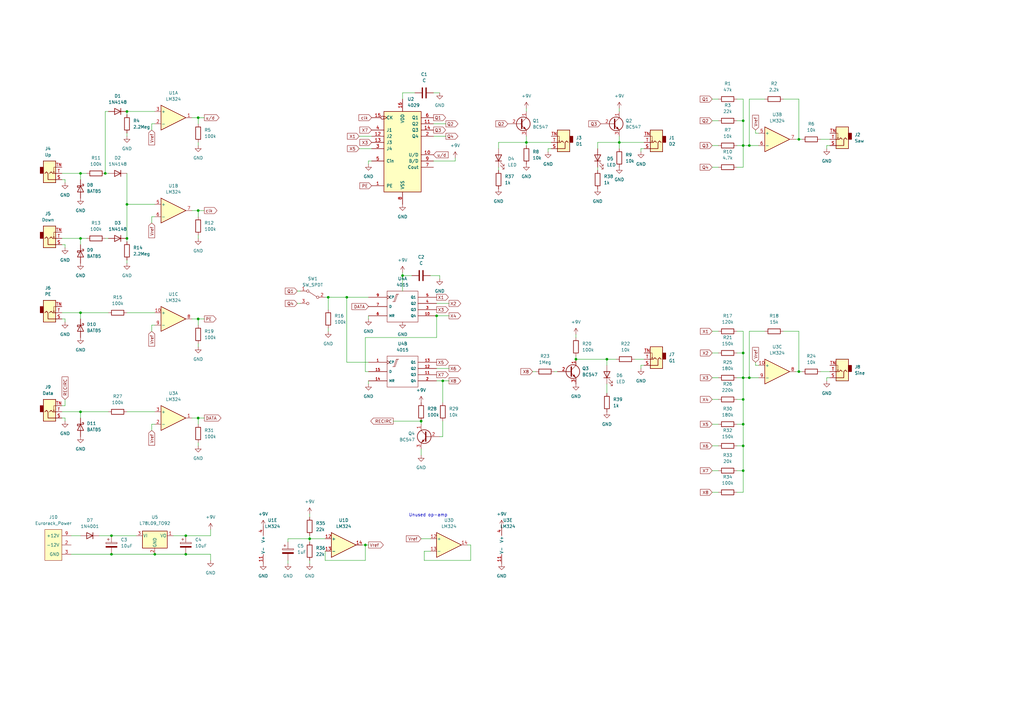
<source format=kicad_sch>
(kicad_sch (version 20211123) (generator eeschema)
  (paper "A3")
  (junction (at 149.86 223.52))
  (junction (at 304.8 144.78))
  (junction (at 76.2 219.71))
  (junction (at 181.61 156.21))
  (junction (at 304.8 154.94))
  (junction (at 81.28 171.45))
  (junction (at 45.72 219.71))
  (junction (at 165.1 113.03))
  (junction (at 45.72 227.33))
  (junction (at 63.5 227.33))
  (junction (at 327.66 57.15))
  (junction (at 304.8 173.99))
  (junction (at 76.2 227.33))
  (junction (at 307.34 59.69))
  (junction (at 134.62 121.92))
  (junction (at 142.24 121.92))
  (junction (at 304.8 163.83))
  (junction (at 304.8 59.69))
  (junction (at 307.34 154.94))
  (junction (at 43.18 71.12))
  (junction (at 236.22 147.32))
  (junction (at 33.02 97.79))
  (junction (at 304.8 193.04))
  (junction (at 81.28 130.81))
  (junction (at 304.8 49.53))
  (junction (at 52.07 83.82))
  (junction (at 179.07 129.54))
  (junction (at 254 58.42))
  (junction (at 172.72 172.72))
  (junction (at 52.07 45.72))
  (junction (at 81.28 86.36))
  (junction (at 33.02 128.27))
  (junction (at 33.02 168.91))
  (junction (at 33.02 71.12))
  (junction (at 304.8 182.88))
  (junction (at 127 220.98))
  (junction (at 52.07 97.79))
  (junction (at 248.92 147.32))
  (junction (at 327.66 152.4))
  (junction (at 81.28 48.26))
  (junction (at 215.9 58.42))
  (wire (pts (xy 62.23 133.35) (xy 62.23 135.89)))
  (wire (pts (xy 33.02 71.12) (xy 35.56 71.12)))
  (wire (pts (xy 52.07 83.82) (xy 52.07 97.79)))
  (wire (pts (xy 302.26 182.88) (xy 304.8 182.88)))
  (wire (pts (xy 236.22 147.32) (xy 248.92 147.32)))
  (wire (pts (xy 33.02 97.79) (xy 33.02 100.33)))
  (wire (pts (xy 204.47 68.58) (xy 204.47 69.85)))
  (wire (pts (xy 179.07 129.54) (xy 179.07 138.43)))
  (wire (pts (xy 292.1 135.89) (xy 294.64 135.89)))
  (wire (pts (xy 81.28 130.81) (xy 83.82 130.81)))
  (wire (pts (xy 292.1 154.94) (xy 294.64 154.94)))
  (wire (pts (xy 245.11 68.58) (xy 245.11 69.85)))
  (wire (pts (xy 26.67 73.66) (xy 26.67 74.93)))
  (wire (pts (xy 248.92 147.32) (xy 252.73 147.32)))
  (wire (pts (xy 264.16 149.86) (xy 262.89 149.86)))
  (wire (pts (xy 149.86 138.43) (xy 149.86 152.4)))
  (wire (pts (xy 177.8 55.88) (xy 182.88 55.88)))
  (wire (pts (xy 304.8 144.78) (xy 304.8 154.94)))
  (wire (pts (xy 33.02 168.91) (xy 44.45 168.91)))
  (wire (pts (xy 218.44 152.4) (xy 219.71 152.4)))
  (wire (pts (xy 25.4 97.79) (xy 33.02 97.79)))
  (wire (pts (xy 186.69 64.77) (xy 186.69 66.04)))
  (wire (pts (xy 165.1 113.03) (xy 168.91 113.03)))
  (wire (pts (xy 26.67 163.83) (xy 26.67 166.37)))
  (wire (pts (xy 127 210.82) (xy 127 212.09)))
  (wire (pts (xy 215.9 44.45) (xy 215.9 45.72)))
  (wire (pts (xy 179.07 124.46) (xy 184.15 124.46)))
  (wire (pts (xy 81.28 130.81) (xy 81.28 133.35)))
  (wire (pts (xy 327.66 135.89) (xy 327.66 152.4)))
  (wire (pts (xy 25.4 100.33) (xy 26.67 100.33)))
  (wire (pts (xy 33.02 168.91) (xy 33.02 171.45)))
  (wire (pts (xy 133.35 121.92) (xy 134.62 121.92)))
  (wire (pts (xy 52.07 106.68) (xy 52.07 107.95)))
  (wire (pts (xy 180.34 113.03) (xy 180.34 114.3)))
  (wire (pts (xy 292.1 68.58) (xy 294.64 68.58)))
  (wire (pts (xy 307.34 135.89) (xy 307.34 154.94)))
  (wire (pts (xy 62.23 88.9) (xy 62.23 91.44)))
  (wire (pts (xy 172.72 220.98) (xy 176.53 220.98)))
  (wire (pts (xy 133.35 220.98) (xy 127 220.98)))
  (wire (pts (xy 62.23 50.8) (xy 62.23 53.34)))
  (wire (pts (xy 340.36 59.69) (xy 339.09 59.69)))
  (wire (pts (xy 304.8 163.83) (xy 304.8 154.94)))
  (wire (pts (xy 127 219.71) (xy 127 220.98)))
  (wire (pts (xy 181.61 179.07) (xy 180.34 179.07)))
  (wire (pts (xy 336.55 57.15) (xy 340.36 57.15)))
  (wire (pts (xy 172.72 172.72) (xy 172.72 173.99)))
  (wire (pts (xy 43.18 45.72) (xy 44.45 45.72)))
  (wire (pts (xy 81.28 86.36) (xy 83.82 86.36)))
  (wire (pts (xy 81.28 86.36) (xy 81.28 88.9)))
  (wire (pts (xy 29.21 219.71) (xy 33.02 219.71)))
  (wire (pts (xy 78.74 130.81) (xy 81.28 130.81)))
  (wire (pts (xy 326.39 152.4) (xy 327.66 152.4)))
  (wire (pts (xy 134.62 121.92) (xy 134.62 127)))
  (wire (pts (xy 63.5 173.99) (xy 62.23 173.99)))
  (wire (pts (xy 304.8 154.94) (xy 307.34 154.94)))
  (wire (pts (xy 45.72 219.71) (xy 55.88 219.71)))
  (wire (pts (xy 224.79 60.96) (xy 224.79 62.23)))
  (wire (pts (xy 81.28 140.97) (xy 81.28 142.24)))
  (wire (pts (xy 63.5 133.35) (xy 62.23 133.35)))
  (wire (pts (xy 292.1 144.78) (xy 294.64 144.78)))
  (wire (pts (xy 302.26 163.83) (xy 304.8 163.83)))
  (wire (pts (xy 304.8 163.83) (xy 304.8 173.99)))
  (wire (pts (xy 25.4 73.66) (xy 26.67 73.66)))
  (wire (pts (xy 151.13 129.54) (xy 151.13 130.81)))
  (wire (pts (xy 43.18 97.79) (xy 44.45 97.79)))
  (wire (pts (xy 302.26 59.69) (xy 304.8 59.69)))
  (wire (pts (xy 78.74 86.36) (xy 81.28 86.36)))
  (wire (pts (xy 81.28 96.52) (xy 81.28 97.79)))
  (wire (pts (xy 121.92 119.38) (xy 123.19 119.38)))
  (wire (pts (xy 165.1 113.03) (xy 165.1 119.38)))
  (wire (pts (xy 52.07 71.12) (xy 52.07 83.82)))
  (wire (pts (xy 86.36 217.17) (xy 86.36 219.71)))
  (wire (pts (xy 142.24 121.92) (xy 142.24 148.59)))
  (wire (pts (xy 304.8 135.89) (xy 302.26 135.89)))
  (wire (pts (xy 179.07 151.13) (xy 184.15 151.13)))
  (wire (pts (xy 165.1 111.76) (xy 165.1 113.03)))
  (wire (pts (xy 176.53 113.03) (xy 180.34 113.03)))
  (wire (pts (xy 262.89 149.86) (xy 262.89 151.13)))
  (wire (pts (xy 292.1 40.64) (xy 294.64 40.64)))
  (wire (pts (xy 172.72 184.15) (xy 172.72 186.69)))
  (wire (pts (xy 52.07 54.61) (xy 52.07 55.88)))
  (wire (pts (xy 336.55 152.4) (xy 340.36 152.4)))
  (wire (pts (xy 147.32 60.96) (xy 152.4 60.96)))
  (wire (pts (xy 304.8 173.99) (xy 302.26 173.99)))
  (wire (pts (xy 327.66 152.4) (xy 328.93 152.4)))
  (wire (pts (xy 179.07 156.21) (xy 181.61 156.21)))
  (wire (pts (xy 134.62 121.92) (xy 142.24 121.92)))
  (wire (pts (xy 52.07 168.91) (xy 63.5 168.91)))
  (wire (pts (xy 302.26 201.93) (xy 304.8 201.93)))
  (wire (pts (xy 25.4 171.45) (xy 26.67 171.45)))
  (wire (pts (xy 165.1 38.1) (xy 165.1 40.64)))
  (wire (pts (xy 215.9 55.88) (xy 215.9 58.42)))
  (wire (pts (xy 149.86 223.52) (xy 151.13 223.52)))
  (wire (pts (xy 204.47 58.42) (xy 204.47 60.96)))
  (wire (pts (xy 149.86 229.87) (xy 149.86 223.52)))
  (wire (pts (xy 227.33 152.4) (xy 228.6 152.4)))
  (wire (pts (xy 326.39 57.15) (xy 327.66 57.15)))
  (wire (pts (xy 26.67 171.45) (xy 26.67 172.72)))
  (wire (pts (xy 307.34 40.64) (xy 307.34 59.69)))
  (wire (pts (xy 236.22 146.05) (xy 236.22 147.32)))
  (wire (pts (xy 33.02 128.27) (xy 33.02 130.81)))
  (wire (pts (xy 302.26 49.53) (xy 304.8 49.53)))
  (wire (pts (xy 321.31 40.64) (xy 327.66 40.64)))
  (wire (pts (xy 26.67 100.33) (xy 26.67 101.6)))
  (wire (pts (xy 181.61 156.21) (xy 181.61 165.1)))
  (wire (pts (xy 78.74 171.45) (xy 81.28 171.45)))
  (wire (pts (xy 302.26 154.94) (xy 304.8 154.94)))
  (wire (pts (xy 248.92 157.48) (xy 248.92 161.29)))
  (wire (pts (xy 264.16 60.96) (xy 262.89 60.96)))
  (wire (pts (xy 26.67 166.37) (xy 25.4 166.37)))
  (wire (pts (xy 86.36 229.87) (xy 86.36 227.33)))
  (wire (pts (xy 149.86 223.52) (xy 148.59 223.52)))
  (wire (pts (xy 177.8 38.1) (xy 180.34 38.1)))
  (wire (pts (xy 133.35 226.06) (xy 133.35 229.87)))
  (wire (pts (xy 149.86 152.4) (xy 151.13 152.4)))
  (wire (pts (xy 134.62 134.62) (xy 134.62 135.89)))
  (wire (pts (xy 307.34 59.69) (xy 311.15 59.69)))
  (wire (pts (xy 311.15 54.61) (xy 309.88 54.61)))
  (wire (pts (xy 292.1 49.53) (xy 294.64 49.53)))
  (wire (pts (xy 81.28 48.26) (xy 83.82 48.26)))
  (wire (pts (xy 311.15 149.86) (xy 309.88 149.86)))
  (wire (pts (xy 260.35 147.32) (xy 264.16 147.32)))
  (wire (pts (xy 81.28 181.61) (xy 81.28 182.88)))
  (wire (pts (xy 309.88 149.86) (xy 309.88 148.59)))
  (wire (pts (xy 52.07 97.79) (xy 52.07 99.06)))
  (wire (pts (xy 173.99 229.87) (xy 193.04 229.87)))
  (wire (pts (xy 43.18 71.12) (xy 43.18 45.72)))
  (wire (pts (xy 63.5 227.33) (xy 76.2 227.33)))
  (wire (pts (xy 177.8 50.8) (xy 182.88 50.8)))
  (wire (pts (xy 226.06 58.42) (xy 215.9 58.42)))
  (wire (pts (xy 313.69 40.64) (xy 307.34 40.64)))
  (wire (pts (xy 142.24 148.59) (xy 151.13 148.59)))
  (wire (pts (xy 304.8 49.53) (xy 304.8 59.69)))
  (wire (pts (xy 302.26 144.78) (xy 304.8 144.78)))
  (wire (pts (xy 179.07 129.54) (xy 184.15 129.54)))
  (wire (pts (xy 236.22 137.16) (xy 236.22 138.43)))
  (wire (pts (xy 133.35 229.87) (xy 149.86 229.87)))
  (wire (pts (xy 292.1 201.93) (xy 294.64 201.93)))
  (wire (pts (xy 81.28 48.26) (xy 81.28 50.8)))
  (wire (pts (xy 25.4 128.27) (xy 33.02 128.27)))
  (wire (pts (xy 186.69 66.04) (xy 177.8 66.04)))
  (wire (pts (xy 302.26 68.58) (xy 304.8 68.58)))
  (wire (pts (xy 62.23 173.99) (xy 62.23 176.53)))
  (wire (pts (xy 179.07 138.43) (xy 149.86 138.43)))
  (wire (pts (xy 25.4 71.12) (xy 33.02 71.12)))
  (wire (pts (xy 307.34 154.94) (xy 311.15 154.94)))
  (wire (pts (xy 191.77 223.52) (xy 193.04 223.52)))
  (wire (pts (xy 52.07 83.82) (xy 63.5 83.82)))
  (wire (pts (xy 45.72 227.33) (xy 63.5 227.33)))
  (wire (pts (xy 248.92 147.32) (xy 248.92 149.86)))
  (wire (pts (xy 176.53 226.06) (xy 173.99 226.06)))
  (wire (pts (xy 292.1 193.04) (xy 294.64 193.04)))
  (wire (pts (xy 313.69 135.89) (xy 307.34 135.89)))
  (wire (pts (xy 25.4 130.81) (xy 26.67 130.81)))
  (wire (pts (xy 121.92 124.46) (xy 123.19 124.46)))
  (wire (pts (xy 327.66 40.64) (xy 327.66 57.15)))
  (wire (pts (xy 339.09 154.94) (xy 339.09 156.21)))
  (wire (pts (xy 254 44.45) (xy 254 45.72)))
  (wire (pts (xy 304.8 68.58) (xy 304.8 59.69)))
  (wire (pts (xy 40.64 219.71) (xy 45.72 219.71)))
  (wire (pts (xy 254 58.42) (xy 254 60.96)))
  (wire (pts (xy 52.07 45.72) (xy 63.5 45.72)))
  (wire (pts (xy 304.8 201.93) (xy 304.8 193.04)))
  (wire (pts (xy 262.89 60.96) (xy 262.89 62.23)))
  (wire (pts (xy 142.24 121.92) (xy 151.13 121.92)))
  (wire (pts (xy 204.47 58.42) (xy 215.9 58.42)))
  (wire (pts (xy 86.36 219.71) (xy 76.2 219.71)))
  (wire (pts (xy 292.1 173.99) (xy 294.64 173.99)))
  (wire (pts (xy 245.11 58.42) (xy 245.11 60.96)))
  (wire (pts (xy 304.8 40.64) (xy 302.26 40.64)))
  (wire (pts (xy 151.13 66.04) (xy 151.13 67.31)))
  (wire (pts (xy 52.07 128.27) (xy 63.5 128.27)))
  (wire (pts (xy 29.21 227.33) (xy 45.72 227.33)))
  (wire (pts (xy 215.9 58.42) (xy 215.9 59.69)))
  (wire (pts (xy 127 229.87) (xy 127 231.14)))
  (wire (pts (xy 81.28 171.45) (xy 83.82 171.45)))
  (wire (pts (xy 33.02 71.12) (xy 33.02 73.66)))
  (wire (pts (xy 63.5 88.9) (xy 62.23 88.9)))
  (wire (pts (xy 127 220.98) (xy 118.11 220.98)))
  (wire (pts (xy 254 55.88) (xy 254 58.42)))
  (wire (pts (xy 292.1 59.69) (xy 294.64 59.69)))
  (wire (pts (xy 226.06 60.96) (xy 224.79 60.96)))
  (wire (pts (xy 340.36 154.94) (xy 339.09 154.94)))
  (wire (pts (xy 339.09 59.69) (xy 339.09 60.96)))
  (wire (pts (xy 26.67 130.81) (xy 26.67 132.08)))
  (wire (pts (xy 304.8 144.78) (xy 304.8 135.89)))
  (wire (pts (xy 309.88 54.61) (xy 309.88 53.34)))
  (wire (pts (xy 33.02 97.79) (xy 35.56 97.79)))
  (wire (pts (xy 71.12 219.71) (xy 76.2 219.71)))
  (wire (pts (xy 147.32 55.88) (xy 152.4 55.88)))
  (wire (pts (xy 304.8 49.53) (xy 304.8 40.64)))
  (wire (pts (xy 118.11 220.98) (xy 118.11 222.25)))
  (wire (pts (xy 127 220.98) (xy 127 222.25)))
  (wire (pts (xy 63.5 50.8) (xy 62.23 50.8)))
  (wire (pts (xy 118.11 229.87) (xy 118.11 231.14)))
  (wire (pts (xy 292.1 182.88) (xy 294.64 182.88)))
  (wire (pts (xy 25.4 168.91) (xy 33.02 168.91)))
  (wire (pts (xy 254 58.42) (xy 245.11 58.42)))
  (wire (pts (xy 33.02 128.27) (xy 44.45 128.27)))
  (wire (pts (xy 43.18 71.12) (xy 44.45 71.12)))
  (wire (pts (xy 327.66 57.15) (xy 328.93 57.15)))
  (wire (pts (xy 193.04 229.87) (xy 193.04 223.52)))
  (wire (pts (xy 254 58.42) (xy 264.16 58.42)))
  (wire (pts (xy 81.28 171.45) (xy 81.28 173.99)))
  (wire (pts (xy 302.26 193.04) (xy 304.8 193.04)))
  (wire (pts (xy 86.36 227.33) (xy 76.2 227.33)))
  (wire (pts (xy 52.07 45.72) (xy 52.07 46.99)))
  (wire (pts (xy 304.8 182.88) (xy 304.8 173.99)))
  (wire (pts (xy 151.13 156.21) (xy 151.13 157.48)))
  (wire (pts (xy 81.28 58.42) (xy 81.28 59.69)))
  (wire (pts (xy 181.61 172.72) (xy 181.61 179.07)))
  (wire (pts (xy 78.74 48.26) (xy 81.28 48.26)))
  (wire (pts (xy 321.31 135.89) (xy 327.66 135.89)))
  (wire (pts (xy 304.8 59.69) (xy 307.34 59.69)))
  (wire (pts (xy 173.99 226.06) (xy 173.99 229.87)))
  (wire (pts (xy 292.1 163.83) (xy 294.64 163.83)))
  (wire (pts (xy 181.61 156.21) (xy 184.15 156.21)))
  (wire (pts (xy 152.4 66.04) (xy 151.13 66.04)))
  (wire (pts (xy 170.18 38.1) (xy 165.1 38.1)))
  (wire (pts (xy 161.29 172.72) (xy 172.72 172.72)))
  (wire (pts (xy 304.8 182.88) (xy 304.8 193.04)))
  (text "Unused op-amp" (at 167.64 212.09 0) (effects (font (size 1.27 1.27)) (justify left bottom)))
  (global_label "Q4" (shape input) (at 292.1 68.58 180) (property "Intersheet References" "${INTERSHEET_REFS}" (effects hide)))
  (global_label "X7" (shape input) (at 292.1 193.04 180) (property "Intersheet References" "${INTERSHEET_REFS}" (effects hide)))
  (global_label "Q4" (shape input) (at 121.92 124.46 180) (property "Intersheet References" "${INTERSHEET_REFS}" (effects hide)))
  (global_label "Q1" (shape input) (at 292.1 40.64 180) (property "Intersheet References" "${INTERSHEET_REFS}" (effects hide)))
  (global_label "u{slash}d" (shape input) (at 177.8 63.5 0) (property "Intersheet References" "${INTERSHEET_REFS}" (effects hide)))
  (global_label "X2" (shape input) (at 292.1 144.78 180) (property "Intersheet References" "${INTERSHEET_REFS}" (effects hide)))
  (global_label "X6" (shape output) (at 184.15 151.13 0) (property "Intersheet References" "${INTERSHEET_REFS}" (effects hide)))
  (global_label "X8" (shape input) (at 218.44 152.4 180) (property "Intersheet References" "${INTERSHEET_REFS}" (effects hide)))
  (global_label "Q4" (shape output) (at 182.88 55.88 0) (property "Intersheet References" "${INTERSHEET_REFS}" (effects hide)))
  (global_label "X4" (shape output) (at 184.15 129.54 0) (property "Intersheet References" "${INTERSHEET_REFS}" (effects hide)))
  (global_label "Vref" (shape input) (at 62.23 135.89 270) (property "Intersheet References" "${INTERSHEET_REFS}" (effects hide)))
  (global_label "Q3" (shape output) (at 177.8 53.34 0) (property "Intersheet References" "${INTERSHEET_REFS}" (effects hide)))
  (global_label "X3" (shape input) (at 152.4 58.42 180) (property "Intersheet References" "${INTERSHEET_REFS}" (effects hide)))
  (global_label "Q1" (shape output) (at 177.8 48.26 0) (property "Intersheet References" "${INTERSHEET_REFS}" (effects hide)))
  (global_label "DATA" (shape input) (at 151.13 125.73 180) (property "Intersheet References" "${INTERSHEET_REFS}" (effects hide)))
  (global_label "X4" (shape input) (at 292.1 163.83 180) (property "Intersheet References" "${INTERSHEET_REFS}" (effects hide)))
  (global_label "u{slash}d" (shape output) (at 83.82 48.26 0) (property "Intersheet References" "${INTERSHEET_REFS}" (effects hide)))
  (global_label "Vref" (shape input) (at 62.23 91.44 270) (property "Intersheet References" "${INTERSHEET_REFS}" (effects hide)))
  (global_label "X1" (shape output) (at 179.07 121.92 0) (property "Intersheet References" "${INTERSHEET_REFS}" (effects hide)))
  (global_label "X7" (shape output) (at 179.07 153.67 0) (property "Intersheet References" "${INTERSHEET_REFS}" (effects hide)))
  (global_label "X5" (shape input) (at 147.32 60.96 180) (property "Intersheet References" "${INTERSHEET_REFS}" (effects hide)))
  (global_label "Q3" (shape input) (at 292.1 59.69 180) (property "Intersheet References" "${INTERSHEET_REFS}" (effects hide)))
  (global_label "X3" (shape input) (at 292.1 154.94 180) (property "Intersheet References" "${INTERSHEET_REFS}" (effects hide)))
  (global_label "PE" (shape input) (at 152.4 76.2 180) (property "Intersheet References" "${INTERSHEET_REFS}" (effects hide)))
  (global_label "Q2" (shape output) (at 182.88 50.8 0) (property "Intersheet References" "${INTERSHEET_REFS}" (effects hide)))
  (global_label "Vref" (shape input) (at 172.72 220.98 180) (property "Intersheet References" "${INTERSHEET_REFS}" (effects hide)))
  (global_label "X1" (shape input) (at 147.32 55.88 180) (property "Intersheet References" "${INTERSHEET_REFS}" (effects hide)))
  (global_label "Vref" (shape input) (at 309.88 148.59 90) (property "Intersheet References" "${INTERSHEET_REFS}" (effects hide)))
  (global_label "Vref" (shape input) (at 62.23 176.53 270) (property "Intersheet References" "${INTERSHEET_REFS}" (effects hide)))
  (global_label "DATA" (shape output) (at 83.82 171.45 0) (property "Intersheet References" "${INTERSHEET_REFS}" (effects hide)))
  (global_label "RECIRC" (shape input) (at 26.67 163.83 90) (property "Intersheet References" "${INTERSHEET_REFS}" (effects hide)))
  (global_label "Q3" (shape input) (at 246.38 50.8 180) (property "Intersheet References" "${INTERSHEET_REFS}" (effects hide)))
  (global_label "RECIRC" (shape output) (at 161.29 172.72 180) (property "Intersheet References" "${INTERSHEET_REFS}" (effects hide)))
  (global_label "X6" (shape input) (at 292.1 182.88 180) (property "Intersheet References" "${INTERSHEET_REFS}" (effects hide)))
  (global_label "X3" (shape output) (at 179.07 127 0) (property "Intersheet References" "${INTERSHEET_REFS}" (effects hide)))
  (global_label "X7" (shape input) (at 152.4 53.34 180) (property "Intersheet References" "${INTERSHEET_REFS}" (effects hide)))
  (global_label "Q2" (shape input) (at 292.1 49.53 180) (property "Intersheet References" "${INTERSHEET_REFS}" (effects hide)))
  (global_label "Q1" (shape input) (at 121.92 119.38 180) (property "Intersheet References" "${INTERSHEET_REFS}" (effects hide)))
  (global_label "X2" (shape output) (at 184.15 124.46 0) (property "Intersheet References" "${INTERSHEET_REFS}" (effects hide)))
  (global_label "X8" (shape output) (at 184.15 156.21 0) (property "Intersheet References" "${INTERSHEET_REFS}" (effects hide)))
  (global_label "X5" (shape output) (at 179.07 148.59 0) (property "Intersheet References" "${INTERSHEET_REFS}" (effects hide)))
  (global_label "PE" (shape output) (at 83.82 130.81 0) (property "Intersheet References" "${INTERSHEET_REFS}" (effects hide)))
  (global_label "X8" (shape input) (at 292.1 201.93 180) (property "Intersheet References" "${INTERSHEET_REFS}" (effects hide)))
  (global_label "X1" (shape input) (at 292.1 135.89 180) (property "Intersheet References" "${INTERSHEET_REFS}" (effects hide)))
  (global_label "Vref" (shape input) (at 309.88 53.34 90) (property "Intersheet References" "${INTERSHEET_REFS}" (effects hide)))
  (global_label "clk" (shape output) (at 83.82 86.36 0) (property "Intersheet References" "${INTERSHEET_REFS}" (effects hide)))
  (global_label "Q2" (shape input) (at 208.28 50.8 180) (property "Intersheet References" "${INTERSHEET_REFS}" (effects hide)))
  (global_label "Vref" (shape input) (at 62.23 53.34 270) (property "Intersheet References" "${INTERSHEET_REFS}" (effects hide)))
  (global_label "X5" (shape input) (at 292.1 173.99 180) (property "Intersheet References" "${INTERSHEET_REFS}" (effects hide)))
  (global_label "clk" (shape input) (at 152.4 48.26 180) (property "Intersheet References" "${INTERSHEET_REFS}" (effects hide)))
  (global_label "Vref" (shape output) (at 151.13 223.52 0) (property "Intersheet References" "${INTERSHEET_REFS}" (effects hide)))
  (symbol (lib_id "power:GND") (at 26.67 132.08 0) (unit 1)
    (property "Reference" "#PWR021" (effects hide))
    (property "Value" "GND" (at 26.67 137.16 0))
  )
  (symbol (lib_id "Device:R") (at 245.11 73.66 180) (unit 1)
    (property "Reference" "R38" (at 247.65 72.3899 0) (effects (justify right)))
    (property "Value" "1k" (at 247.65 74.9299 0) (effects (justify right)))
    (property "Footprint" "Resistor_THT:R_Axial_DIN0204_L3.6mm_D1.6mm_P7.62mm_Horizontal" (effects hide))
  )
  (symbol (lib_id "power:GND") (at 151.13 157.48 0) (unit 1)
    (property "Reference" "#PWR028" (effects hide))
    (property "Value" "GND" (at 151.13 162.56 0))
  )
  (symbol (lib_id "power:GND") (at 81.28 97.79 0) (unit 1)
    (property "Reference" "#PWR015" (effects hide))
    (property "Value" "GND" (at 81.28 102.87 0))
  )
  (symbol (lib_id "Diode:BAT85") (at 33.02 104.14 270) (unit 1)
    (property "Reference" "D9" (at 35.56 102.5524 90) (effects (justify left)))
    (property "Value" "BAT85" (at 35.56 105.0924 90) (effects (justify left)))
    (property "Footprint" "Diode_THT:D_DO-35_SOD27_P7.62mm_Horizontal" (effects hide))
    (property "Datasheet" "https://assets.nexperia.com/documents/data-sheet/BAT85.pdf" (effects hide))
  )
  (symbol (lib_id "power:GND") (at 81.28 182.88 0) (unit 1)
    (property "Reference" "#PWR032" (effects hide))
    (property "Value" "GND" (at 81.28 187.96 0))
  )
  (symbol (lib_id "winterbloom:Eurorack_Mono_Jack") (at 269.24 57.15 0) (unit 1)
    (property "Reference" "J1" (at 274.32 56.5149 0) (effects (justify left)))
    (property "Value" "D2" (at 274.32 59.0549 0) (effects (justify left)))
    (property "Footprint" "winterbloom:AudioJack_WQP518MA" (effects hide))
    (property "Datasheet" "http://www.qingpu-electronics.com/en/products/WQP-PJ398SM-362.html" (effects hide))
    (property "MPN" "WQP-WQP518MA" (effects hide))
  )
  (symbol (lib_id "Diode:1N4148") (at 48.26 71.12 180) (unit 1)
    (property "Reference" "D2" (at 48.26 64.77 0))
    (property "Value" "1N4148" (at 48.26 67.31 0))
    (property "Footprint" "Diode_THT:D_DO-35_SOD27_P7.62mm_Horizontal" (effects hide))
    (property "Datasheet" "https://assets.nexperia.com/documents/data-sheet/1N4148_1N4448.pdf" (effects hide))
  )
  (symbol (lib_id "Diode:1N4148") (at 48.26 97.79 180) (unit 1)
    (property "Reference" "D3" (at 48.26 91.44 0))
    (property "Value" "1N4148" (at 48.26 93.98 0))
    (property "Footprint" "Diode_THT:D_DO-35_SOD27_P7.62mm_Horizontal" (effects hide))
    (property "Datasheet" "https://assets.nexperia.com/documents/data-sheet/1N4148_1N4448.pdf" (effects hide))
  )
  (symbol (lib_id "power:GND") (at 26.67 172.72 0) (unit 1)
    (property "Reference" "#PWR031" (effects hide))
    (property "Value" "GND" (at 26.67 177.8 0))
  )
  (symbol (lib_id "power:GND") (at 339.09 156.21 0) (unit 1)
    (property "Reference" "#PWR027" (effects hide))
    (property "Value" "GND" (at 339.09 161.29 0))
  )
  (symbol (lib_id "winterbloom:Eurorack_Mono_Jack") (at 20.32 167.64 0) (mirror y) (unit 1)
    (property "Reference" "J9" (at 19.685 158.75 0))
    (property "Value" "Data" (at 19.685 161.29 0))
    (property "Footprint" "winterbloom:AudioJack_WQP518MA" (effects hide))
    (property "Datasheet" "http://www.qingpu-electronics.com/en/products/WQP-PJ398SM-362.html" (effects hide))
    (property "MPN" "WQP-WQP518MA" (effects hide))
  )
  (symbol (lib_id "Device:R") (at 298.45 40.64 270) (unit 1)
    (property "Reference" "R1" (at 298.45 34.29 90))
    (property "Value" "47k" (at 298.45 36.83 90))
    (property "Footprint" "Resistor_THT:R_Axial_DIN0204_L3.6mm_D1.6mm_P7.62mm_Horizontal" (effects hide))
  )
  (symbol (lib_id "power:GND") (at 86.36 229.87 0) (unit 1)
    (property "Reference" "#PWR037" (effects hide))
    (property "Value" "GND" (at 86.36 234.95 0))
  )
  (symbol (lib_id "Device:R") (at 181.61 168.91 180) (unit 1)
    (property "Reference" "R29" (at 184.15 167.6399 0) (effects (justify right)))
    (property "Value" "10k" (at 184.15 170.1799 0) (effects (justify right)))
    (property "Footprint" "Resistor_THT:R_Axial_DIN0204_L3.6mm_D1.6mm_P7.62mm_Horizontal" (effects hide))
  )
  (symbol (lib_id "power:GND") (at 33.02 81.28 0) (unit 1)
    (property "Reference" "#PWR044" (effects hide))
    (property "Value" "GND" (at 33.02 86.36 0))
  )
  (symbol (lib_id "power:GND") (at 107.95 231.14 0) (unit 1)
    (property "Reference" "#PWR038" (effects hide))
    (property "Value" "GND" (at 107.95 236.22 0))
  )
  (symbol (lib_id "Amplifier_Operational:LM324") (at 71.12 130.81 0) (unit 3)
    (property "Reference" "U1" (at 71.12 120.65 0))
    (property "Value" "LM324" (at 71.12 123.19 0))
    (property "Footprint" "Package_DIP:DIP-14_W7.62mm_Socket" (effects hide))
    (property "Datasheet" "http://www.ti.com/lit/ds/symlink/lm2902-n.pdf" (effects hide))
  )
  (symbol (lib_id "power:GND") (at 151.13 67.31 0) (unit 1)
    (property "Reference" "#PWR010" (effects hide))
    (property "Value" "GND" (at 151.13 72.39 0))
  )
  (symbol (lib_id "Transistor_BJT:BC547") (at 175.26 179.07 0) (mirror y) (unit 1)
    (property "Reference" "Q4" (at 170.18 177.7999 0) (effects (justify left)))
    (property "Value" "BC547" (at 170.18 180.3399 0) (effects (justify left)))
    (property "Footprint" "Package_TO_SOT_THT:TO-92_Inline" (effects hide))
    (property "Datasheet" "https://www.onsemi.com/pub/Collateral/BC550-D.pdf" (effects hide))
  )
  (symbol (lib_id "Device:R") (at 298.45 163.83 270) (unit 1)
    (property "Reference" "R26" (at 298.45 157.48 90))
    (property "Value" "220k" (at 298.45 160.02 90))
    (property "Footprint" "Resistor_THT:R_Axial_DIN0204_L3.6mm_D1.6mm_P7.62mm_Horizontal" (effects hide))
  )
  (symbol (lib_id "Device:C_Polarized") (at 76.2 223.52 0) (unit 1)
    (property "Reference" "C4" (at 80.01 221.3609 0) (effects (justify left)))
    (property "Value" "10uF" (at 80.01 223.9009 0) (effects (justify left)))
    (property "Footprint" "Capacitor_THT:CP_Radial_D6.3mm_P2.50mm" (effects hide))
  )
  (symbol (lib_id "Diode:BAT85") (at 33.02 175.26 270) (unit 1)
    (property "Reference" "D11" (at 35.56 173.6724 90) (effects (justify left)))
    (property "Value" "BAT85" (at 35.56 176.2124 90) (effects (justify left)))
    (property "Footprint" "Diode_THT:D_DO-35_SOD27_P7.62mm_Horizontal" (effects hide))
    (property "Datasheet" "https://assets.nexperia.com/documents/data-sheet/BAT85.pdf" (effects hide))
  )
  (symbol (lib_id "Device:R") (at 317.5 135.89 270) (unit 1)
    (property "Reference" "R18" (at 317.5 129.54 90))
    (property "Value" "15k" (at 317.5 132.08 90))
    (property "Footprint" "Resistor_THT:R_Axial_DIN0204_L3.6mm_D1.6mm_P7.62mm_Horizontal" (effects hide))
  )
  (symbol (lib_id "power:+9V") (at 254 44.45 0) (unit 1)
    (property "Reference" "#PWR03" (effects hide))
    (property "Value" "+9V" (at 254 39.37 0))
  )
  (symbol (lib_id "Device:R") (at 298.45 193.04 270) (unit 1)
    (property "Reference" "R33" (at 298.45 186.69 90))
    (property "Value" "20k" (at 298.45 189.23 90))
    (property "Footprint" "Resistor_THT:R_Axial_DIN0204_L3.6mm_D1.6mm_P7.62mm_Horizontal" (effects hide))
  )
  (symbol (lib_id "Device:R") (at 204.47 73.66 180) (unit 1)
    (property "Reference" "R37" (at 207.01 72.3899 0) (effects (justify right)))
    (property "Value" "1k" (at 207.01 74.9299 0) (effects (justify right)))
    (property "Footprint" "Resistor_THT:R_Axial_DIN0204_L3.6mm_D1.6mm_P7.62mm_Horizontal" (effects hide))
  )
  (symbol (lib_id "Device:R") (at 256.54 147.32 270) (unit 1)
    (property "Reference" "R22" (at 256.54 140.97 90))
    (property "Value" "10k" (at 256.54 143.51 90))
    (property "Footprint" "Resistor_THT:R_Axial_DIN0204_L3.6mm_D1.6mm_P7.62mm_Horizontal" (effects hide))
  )
  (symbol (lib_id "Device:R") (at 332.74 57.15 270) (unit 1)
    (property "Reference" "R6" (at 332.74 50.8 90))
    (property "Value" "10k" (at 332.74 53.34 90))
    (property "Footprint" "Resistor_THT:R_Axial_DIN0204_L3.6mm_D1.6mm_P7.62mm_Horizontal" (effects hide))
  )
  (symbol (lib_id "power:+9V") (at 186.69 64.77 0) (unit 1)
    (property "Reference" "#PWR09" (effects hide))
    (property "Value" "+9V" (at 186.69 59.69 0))
  )
  (symbol (lib_id "Device:C_Polarized") (at 118.11 226.06 0) (unit 1)
    (property "Reference" "C5" (at 121.92 223.9009 0) (effects (justify left)))
    (property "Value" "1uF" (at 121.92 226.4409 0) (effects (justify left)))
    (property "Footprint" "Capacitor_THT:CP_Radial_D5.0mm_P2.50mm" (effects hide))
  )
  (symbol (lib_id "power:GND") (at 33.02 138.43 0) (unit 1)
    (property "Reference" "#PWR046" (effects hide))
    (property "Value" "GND" (at 33.02 143.51 0))
  )
  (symbol (lib_id "Device:LED") (at 204.47 64.77 90) (unit 1)
    (property "Reference" "D4" (at 208.28 65.0874 90) (effects (justify right)))
    (property "Value" "LED" (at 208.28 67.6274 90) (effects (justify right)))
    (property "Footprint" "LED_THT:LED_D3.0mm" (effects hide))
  )
  (symbol (lib_id "Device:R") (at 39.37 97.79 90) (unit 1)
    (property "Reference" "R13" (at 39.37 91.44 90))
    (property "Value" "100k" (at 39.37 93.98 90))
    (property "Footprint" "Resistor_THT:R_Axial_DIN0204_L3.6mm_D1.6mm_P7.62mm_Horizontal" (effects hide))
  )
  (symbol (lib_id "Device:R") (at 236.22 142.24 180) (unit 1)
    (property "Reference" "R20" (at 238.76 140.9699 0) (effects (justify right)))
    (property "Value" "100k" (at 238.76 143.5099 0) (effects (justify right)))
    (property "Footprint" "Resistor_THT:R_Axial_DIN0204_L3.6mm_D1.6mm_P7.62mm_Horizontal" (effects hide))
  )
  (symbol (lib_id "Amplifier_Operational:LM324") (at 318.77 152.4 0) (unit 3)
    (property "Reference" "U3" (at 318.77 142.24 0))
    (property "Value" "LM324" (at 318.77 144.78 0))
    (property "Footprint" "Package_DIP:DIP-14_W7.62mm_Socket" (effects hide))
    (property "Datasheet" "http://www.ti.com/lit/ds/symlink/lm2902-n.pdf" (effects hide))
  )
  (symbol (lib_id "power:GND") (at 180.34 38.1 0) (unit 1)
    (property "Reference" "#PWR01" (effects hide))
    (property "Value" "GND" (at 180.34 43.18 0))
  )
  (symbol (lib_id "Diode:BAT85") (at 33.02 134.62 270) (unit 1)
    (property "Reference" "D10" (at 35.56 133.0324 90) (effects (justify left)))
    (property "Value" "BAT85" (at 35.56 135.5724 90) (effects (justify left)))
    (property "Footprint" "Diode_THT:D_DO-35_SOD27_P7.62mm_Horizontal" (effects hide))
    (property "Datasheet" "https://assets.nexperia.com/documents/data-sheet/BAT85.pdf" (effects hide))
  )
  (symbol (lib_id "Device:R") (at 81.28 137.16 180) (unit 1)
    (property "Reference" "R19" (at 83.82 135.8899 0) (effects (justify right)))
    (property "Value" "100k" (at 83.82 138.4299 0) (effects (justify right)))
    (property "Footprint" "Resistor_THT:R_Axial_DIN0204_L3.6mm_D1.6mm_P7.62mm_Horizontal" (effects hide))
  )
  (symbol (lib_id "Switch:SW_SPDT") (at 128.27 121.92 0) (mirror y) (unit 1)
    (property "Reference" "SW1" (at 128.27 114.3 0))
    (property "Value" "SW_SPDT" (at 128.27 116.84 0))
    (property "Footprint" "winterbloom:Miniature_Switch_SPDT_2.54MM" (effects hide))
  )
  (symbol (lib_id "power:GND") (at 118.11 231.14 0) (unit 1)
    (property "Reference" "#PWR039" (effects hide))
    (property "Value" "GND" (at 118.11 236.22 0))
  )
  (symbol (lib_id "Device:C_Polarized") (at 45.72 223.52 0) (unit 1)
    (property "Reference" "C3" (at 49.53 221.3609 0) (effects (justify left)))
    (property "Value" "10uF" (at 49.53 223.9009 0) (effects (justify left)))
    (property "Footprint" "Capacitor_THT:CP_Radial_D6.3mm_P2.50mm" (effects hide))
  )
  (symbol (lib_id "Device:R") (at 298.45 154.94 270) (unit 1)
    (property "Reference" "R25" (at 298.45 148.59 90))
    (property "Value" "180k" (at 298.45 151.13 90))
    (property "Footprint" "Resistor_THT:R_Axial_DIN0204_L3.6mm_D1.6mm_P7.62mm_Horizontal" (effects hide))
  )
  (symbol (lib_id "Amplifier_Operational:LM324") (at 71.12 48.26 0) (unit 1)
    (property "Reference" "U1" (at 71.12 38.1 0))
    (property "Value" "LM324" (at 71.12 40.64 0))
    (property "Footprint" "Package_DIP:DIP-14_W7.62mm_Socket" (effects hide))
    (property "Datasheet" "http://www.ti.com/lit/ds/symlink/lm2902-n.pdf" (effects hide))
  )
  (symbol (lib_id "Device:R") (at 39.37 71.12 90) (unit 1)
    (property "Reference" "R11" (at 39.37 64.77 90))
    (property "Value" "100k" (at 39.37 67.31 90))
    (property "Footprint" "Resistor_THT:R_Axial_DIN0204_L3.6mm_D1.6mm_P7.62mm_Horizontal" (effects hide))
  )
  (symbol (lib_id "Device:R") (at 298.45 201.93 270) (unit 1)
    (property "Reference" "R34" (at 298.45 195.58 90))
    (property "Value" "100k" (at 298.45 198.12 90))
    (property "Footprint" "Resistor_THT:R_Axial_DIN0204_L3.6mm_D1.6mm_P7.62mm_Horizontal" (effects hide))
  )
  (symbol (lib_id "Device:R") (at 48.26 128.27 90) (unit 1)
    (property "Reference" "R15" (at 48.26 121.92 90))
    (property "Value" "100k" (at 48.26 124.46 90))
    (property "Footprint" "Resistor_THT:R_Axial_DIN0204_L3.6mm_D1.6mm_P7.62mm_Horizontal" (effects hide))
  )
  (symbol (lib_id "Transistor_BJT:BC547") (at 233.68 152.4 0) (unit 1)
    (property "Reference" "Q3" (at 238.76 151.1299 0) (effects (justify left)))
    (property "Value" "BC547" (at 238.76 153.6699 0) (effects (justify left)))
    (property "Footprint" "Package_TO_SOT_THT:TO-92_Inline" (effects hide))
    (property "Datasheet" "https://www.onsemi.com/pub/Collateral/BC550-D.pdf" (effects hide))
  )
  (symbol (lib_id "Device:R") (at 298.45 144.78 270) (unit 1)
    (property "Reference" "R21" (at 298.45 138.43 90))
    (property "Value" "150k" (at 298.45 140.97 90))
    (property "Footprint" "Resistor_THT:R_Axial_DIN0204_L3.6mm_D1.6mm_P7.62mm_Horizontal" (effects hide))
  )
  (symbol (lib_id "Amplifier_Operational:LM324") (at 71.12 171.45 0) (unit 1)
    (property "Reference" "U3" (at 71.12 161.29 0))
    (property "Value" "LM324" (at 71.12 163.83 0))
    (property "Footprint" "Package_DIP:DIP-14_W7.62mm_Socket" (effects hide))
    (property "Datasheet" "http://www.ti.com/lit/ds/symlink/lm2902-n.pdf" (effects hide))
  )
  (symbol (lib_id "Device:R") (at 134.62 130.81 180) (unit 1)
    (property "Reference" "R16" (at 137.16 129.5399 0) (effects (justify right)))
    (property "Value" "100k" (at 137.16 132.0799 0) (effects (justify right)))
    (property "Footprint" "Resistor_THT:R_Axial_DIN0204_L3.6mm_D1.6mm_P7.62mm_Horizontal" (effects hide))
  )
  (symbol (lib_id "power:GND") (at 254 68.58 0) (unit 1)
    (property "Reference" "#PWR012" (effects hide))
    (property "Value" "GND" (at 254 73.66 0))
  )
  (symbol (lib_id "power:GND") (at 245.11 77.47 0) (unit 1)
    (property "Reference" "#PWR042" (effects hide))
    (property "Value" "GND" (at 245.11 82.55 0))
  )
  (symbol (lib_id "Device:R") (at 81.28 177.8 180) (unit 1)
    (property "Reference" "R31" (at 83.82 176.5299 0) (effects (justify right)))
    (property "Value" "100k" (at 83.82 179.0699 0) (effects (justify right)))
    (property "Footprint" "Resistor_THT:R_Axial_DIN0204_L3.6mm_D1.6mm_P7.62mm_Horizontal" (effects hide))
  )
  (symbol (lib_id "power:GND") (at 81.28 142.24 0) (unit 1)
    (property "Reference" "#PWR025" (effects hide))
    (property "Value" "GND" (at 81.28 147.32 0))
  )
  (symbol (lib_id "4xxx_IEEE:4015") (at 165.1 125.73 0) (unit 1)
    (property "Reference" "U4" (at 165.1 114.3 0))
    (property "Value" "4015" (at 165.1 116.84 0))
    (property "Footprint" "Package_DIP:DIP-16_W7.62mm_Socket" (effects hide))
  )
  (symbol (lib_id "4xxx:4029") (at 165.1 60.96 0) (unit 1)
    (property "Reference" "U2" (at 167.1194 40.64 0) (effects (justify left)))
    (property "Value" "4029" (at 167.1194 43.18 0) (effects (justify left)))
    (property "Footprint" "Package_DIP:DIP-16_W7.62mm_Socket" (effects hide))
    (property "Datasheet" "http://www.intersil.com/content/dam/Intersil/documents/cd40/cd4029bms.pdf" (effects hide))
  )
  (symbol (lib_id "Diode:BAT85") (at 33.02 77.47 270) (unit 1)
    (property "Reference" "D8" (at 35.56 75.8824 90) (effects (justify left)))
    (property "Value" "BAT85" (at 35.56 78.4224 90) (effects (justify left)))
    (property "Footprint" "Diode_THT:D_DO-35_SOD27_P7.62mm_Horizontal" (effects hide))
    (property "Datasheet" "https://assets.nexperia.com/documents/data-sheet/BAT85.pdf" (effects hide))
  )
  (symbol (lib_id "Device:LED") (at 245.11 64.77 90) (unit 1)
    (property "Reference" "D5" (at 248.92 65.0874 90) (effects (justify right)))
    (property "Value" "LED" (at 248.92 67.6274 90) (effects (justify right)))
    (property "Footprint" "LED_THT:LED_D3.0mm" (effects hide))
  )
  (symbol (lib_id "Device:LED") (at 248.92 153.67 90) (unit 1)
    (property "Reference" "D6" (at 252.73 153.9874 90) (effects (justify right)))
    (property "Value" "LED" (at 252.73 156.5274 90) (effects (justify right)))
    (property "Footprint" "LED_THT:LED_D3.0mm" (effects hide))
  )
  (symbol (lib_id "winterbloom:Eurorack_Mono_Jack") (at 231.14 57.15 0) (unit 1)
    (property "Reference" "J3" (at 236.22 56.5149 0) (effects (justify left)))
    (property "Value" "D1" (at 236.22 59.0549 0) (effects (justify left)))
    (property "Footprint" "winterbloom:AudioJack_WQP518MA" (effects hide))
    (property "Datasheet" "http://www.qingpu-electronics.com/en/products/WQP-PJ398SM-362.html" (effects hide))
    (property "MPN" "WQP-WQP518MA" (effects hide))
  )
  (symbol (lib_id "Amplifier_Operational:LM324") (at 71.12 86.36 0) (unit 2)
    (property "Reference" "U1" (at 71.12 76.2 0))
    (property "Value" "LM324" (at 71.12 78.74 0))
    (property "Footprint" "Package_DIP:DIP-14_W7.62mm_Socket" (effects hide))
    (property "Datasheet" "http://www.ti.com/lit/ds/symlink/lm2902-n.pdf" (effects hide))
  )
  (symbol (lib_id "Device:R") (at 223.52 152.4 270) (unit 1)
    (property "Reference" "R23" (at 223.52 146.05 90))
    (property "Value" "1Meg" (at 223.52 148.59 90))
    (property "Footprint" "Resistor_THT:R_Axial_DIN0204_L3.6mm_D1.6mm_P7.62mm_Horizontal" (effects hide))
  )
  (symbol (lib_id "Device:R") (at 317.5 40.64 270) (unit 1)
    (property "Reference" "R2" (at 317.5 34.29 90))
    (property "Value" "2.2k" (at 317.5 36.83 90))
    (property "Footprint" "Resistor_THT:R_Axial_DIN0204_L3.6mm_D1.6mm_P7.62mm_Horizontal" (effects hide))
  )
  (symbol (lib_id "Device:R") (at 298.45 135.89 270) (unit 1)
    (property "Reference" "R17" (at 298.45 129.54 90))
    (property "Value" "120k" (at 298.45 132.08 90))
    (property "Footprint" "Resistor_THT:R_Axial_DIN0204_L3.6mm_D1.6mm_P7.62mm_Horizontal" (effects hide))
  )
  (symbol (lib_id "winterbloom:Eurorack_Mono_Jack") (at 345.44 151.13 0) (unit 1)
    (property "Reference" "J8" (at 350.52 150.4949 0) (effects (justify left)))
    (property "Value" "Sine" (at 350.52 153.0349 0) (effects (justify left)))
    (property "Footprint" "winterbloom:AudioJack_WQP518MA" (effects hide))
    (property "Datasheet" "http://www.qingpu-electronics.com/en/products/WQP-PJ398SM-362.html" (effects hide))
    (property "MPN" "WQP-WQP518MA" (effects hide))
  )
  (symbol (lib_id "winterbloom:Eurorack_Mono_Jack") (at 269.24 146.05 0) (unit 1)
    (property "Reference" "J7" (at 274.32 145.4149 0) (effects (justify left)))
    (property "Value" "G1" (at 274.32 147.9549 0) (effects (justify left)))
    (property "Footprint" "winterbloom:AudioJack_WQP518MA" (effects hide))
    (property "Datasheet" "http://www.qingpu-electronics.com/en/products/WQP-PJ398SM-362.html" (effects hide))
    (property "MPN" "WQP-WQP518MA" (effects hide))
  )
  (symbol (lib_id "power:GND") (at 215.9 67.31 0) (unit 1)
    (property "Reference" "#PWR011" (effects hide))
    (property "Value" "GND" (at 215.9 72.39 0))
  )
  (symbol (lib_id "power:GND") (at 26.67 101.6 0) (unit 1)
    (property "Reference" "#PWR016" (effects hide))
    (property "Value" "GND" (at 26.67 106.68 0))
  )
  (symbol (lib_id "power:GND") (at 262.89 151.13 0) (unit 1)
    (property "Reference" "#PWR026" (effects hide))
    (property "Value" "GND" (at 262.89 156.21 0))
  )
  (symbol (lib_id "power:GND") (at 205.74 231.14 0) (unit 1)
    (property "Reference" "#PWR0101" (effects hide))
    (property "Value" "GND" (at 205.74 236.22 0))
  )
  (symbol (lib_id "power:GND") (at 248.92 168.91 0) (unit 1)
    (property "Reference" "#PWR043" (effects hide))
    (property "Value" "GND" (at 248.92 173.99 0))
  )
  (symbol (lib_id "Device:R") (at 298.45 49.53 270) (unit 1)
    (property "Reference" "R3" (at 298.45 43.18 90))
    (property "Value" "22k" (at 298.45 45.72 90))
    (property "Footprint" "Resistor_THT:R_Axial_DIN0204_L3.6mm_D1.6mm_P7.62mm_Horizontal" (effects hide))
  )
  (symbol (lib_id "winterbloom:Eurorack_Mono_Jack") (at 345.44 55.88 0) (unit 1)
    (property "Reference" "J2" (at 350.52 55.2449 0) (effects (justify left)))
    (property "Value" "Saw" (at 350.52 57.7849 0) (effects (justify left)))
    (property "Footprint" "winterbloom:AudioJack_WQP518MA" (effects hide))
    (property "Datasheet" "http://www.qingpu-electronics.com/en/products/WQP-PJ398SM-362.html" (effects hide))
    (property "MPN" "WQP-WQP518MA" (effects hide))
  )
  (symbol (lib_id "power:+9V") (at 165.1 111.76 0) (unit 1)
    (property "Reference" "#PWR018" (effects hide))
    (property "Value" "+9V" (at 165.1 106.68 0))
  )
  (symbol (lib_id "power:GND") (at 236.22 157.48 0) (unit 1)
    (property "Reference" "#PWR029" (effects hide))
    (property "Value" "GND" (at 236.22 162.56 0))
  )
  (symbol (lib_id "Device:C") (at 172.72 113.03 90) (unit 1)
    (property "Reference" "C2" (at 172.72 105.41 90))
    (property "Value" "C" (at 172.72 107.95 90))
    (property "Footprint" "Capacitor_THT:C_Disc_D3.4mm_W2.1mm_P2.50mm" (effects hide))
  )
  (symbol (lib_id "power:GND") (at 127 231.14 0) (unit 1)
    (property "Reference" "#PWR040" (effects hide))
    (property "Value" "GND" (at 127 236.22 0))
  )
  (symbol (lib_id "Device:R") (at 298.45 182.88 270) (unit 1)
    (property "Reference" "R32" (at 298.45 176.53 90))
    (property "Value" "150k" (at 298.45 179.07 90))
    (property "Footprint" "Resistor_THT:R_Axial_DIN0204_L3.6mm_D1.6mm_P7.62mm_Horizontal" (effects hide))
  )
  (symbol (lib_id "power:GND") (at 33.02 107.95 0) (unit 1)
    (property "Reference" "#PWR045" (effects hide))
    (property "Value" "GND" (at 33.02 113.03 0))
  )
  (symbol (lib_id "power:GND") (at 151.13 130.81 0) (unit 1)
    (property "Reference" "#PWR020" (effects hide))
    (property "Value" "GND" (at 151.13 135.89 0))
  )
  (symbol (lib_id "Device:R") (at 254 64.77 180) (unit 1)
    (property "Reference" "R9" (at 256.54 63.4999 0) (effects (justify right)))
    (property "Value" "10k" (at 256.54 66.0399 0) (effects (justify right)))
    (property "Footprint" "Resistor_THT:R_Axial_DIN0204_L3.6mm_D1.6mm_P7.62mm_Horizontal" (effects hide))
  )
  (symbol (lib_id "power:GND") (at 204.47 77.47 0) (unit 1)
    (property "Reference" "#PWR041" (effects hide))
    (property "Value" "GND" (at 204.47 82.55 0))
  )
  (symbol (lib_id "Amplifier_Operational:LM324") (at 208.28 223.52 0) (unit 5)
    (property "Reference" "U3" (at 208.28 213.36 0))
    (property "Value" "LM324" (at 208.28 215.9 0))
    (property "Footprint" "Package_DIP:DIP-14_W7.62mm_Socket" (effects hide))
    (property "Datasheet" "http://www.ti.com/lit/ds/symlink/lm2902-n.pdf" (effects hide))
  )
  (symbol (lib_id "power:+9V") (at 172.72 165.1 0) (unit 1)
    (property "Reference" "#PWR030" (effects hide))
    (property "Value" "+9V" (at 172.72 160.02 0))
  )
  (symbol (lib_id "winterbloom:Eurorack_Mono_Jack") (at 20.32 96.52 0) (mirror y) (unit 1)
    (property "Reference" "J5" (at 19.685 87.63 0))
    (property "Value" "Down" (at 19.685 90.17 0))
    (property "Footprint" "winterbloom:AudioJack_WQP518MA" (effects hide))
    (property "Datasheet" "http://www.qingpu-electronics.com/en/products/WQP-PJ398SM-362.html" (effects hide))
    (property "MPN" "WQP-WQP518MA" (effects hide))
  )
  (symbol (lib_id "Device:R") (at 298.45 59.69 270) (unit 1)
    (property "Reference" "R7" (at 298.45 53.34 90))
    (property "Value" "10k" (at 298.45 55.88 90))
    (property "Footprint" "Resistor_THT:R_Axial_DIN0204_L3.6mm_D1.6mm_P7.62mm_Horizontal" (effects hide))
  )
  (symbol (lib_id "Device:R") (at 48.26 168.91 90) (unit 1)
    (property "Reference" "R27" (at 48.26 162.56 90))
    (property "Value" "100k" (at 48.26 165.1 90))
    (property "Footprint" "Resistor_THT:R_Axial_DIN0204_L3.6mm_D1.6mm_P7.62mm_Horizontal" (effects hide))
  )
  (symbol (lib_id "Diode:1N4148") (at 48.26 45.72 180) (unit 1)
    (property "Reference" "D1" (at 48.26 39.37 0))
    (property "Value" "1N4148" (at 48.26 41.91 0))
    (property "Footprint" "Diode_THT:D_DO-35_SOD27_P7.62mm_Horizontal" (effects hide))
    (property "Datasheet" "https://assets.nexperia.com/documents/data-sheet/1N4148_1N4448.pdf" (effects hide))
  )
  (symbol (lib_id "Device:R") (at 127 226.06 180) (unit 1)
    (property "Reference" "R36" (at 129.54 224.7899 0) (effects (justify right)))
    (property "Value" "22k" (at 129.54 227.3299 0) (effects (justify right)))
    (property "Footprint" "Resistor_THT:R_Axial_DIN0204_L3.6mm_D1.6mm_P7.62mm_Horizontal" (effects hide))
  )
  (symbol (lib_id "Device:R") (at 81.28 54.61 180) (unit 1)
    (property "Reference" "R5" (at 83.82 53.3399 0) (effects (justify right)))
    (property "Value" "100k" (at 83.82 55.8799 0) (effects (justify right)))
    (property "Footprint" "Resistor_THT:R_Axial_DIN0204_L3.6mm_D1.6mm_P7.62mm_Horizontal" (effects hide))
  )
  (symbol (lib_id "power:GND") (at 52.07 55.88 0) (unit 1)
    (property "Reference" "#PWR04" (effects hide))
    (property "Value" "GND" (at 52.07 60.96 0))
  )
  (symbol (lib_id "Device:R") (at 52.07 102.87 180) (unit 1)
    (property "Reference" "R14" (at 54.61 101.5999 0) (effects (justify right)))
    (property "Value" "2.2Meg" (at 54.61 104.1399 0) (effects (justify right)))
    (property "Footprint" "Resistor_THT:R_Axial_DIN0204_L3.6mm_D1.6mm_P7.62mm_Horizontal" (effects hide))
  )
  (symbol (lib_id "Amplifier_Operational:LM324") (at 184.15 223.52 0) (unit 4)
    (property "Reference" "U3" (at 184.15 213.36 0))
    (property "Value" "LM324" (at 184.15 215.9 0))
    (property "Footprint" "Package_DIP:DIP-14_W7.62mm_Socket" (effects hide))
    (property "Datasheet" "http://www.ti.com/lit/ds/symlink/lm2902-n.pdf" (effects hide))
  )
  (symbol (lib_id "power:GND") (at 33.02 179.07 0) (unit 1)
    (property "Reference" "#PWR047" (effects hide))
    (property "Value" "GND" (at 33.02 184.15 0))
  )
  (symbol (lib_id "power:GND") (at 134.62 135.89 0) (unit 1)
    (property "Reference" "#PWR023" (effects hide))
    (property "Value" "GND" (at 134.62 140.97 0))
  )
  (symbol (lib_id "Amplifier_Operational:LM324") (at 318.77 57.15 0) (unit 2)
    (property "Reference" "U3" (at 318.77 46.99 0))
    (property "Value" "LM324" (at 318.77 49.53 0))
    (property "Footprint" "Package_DIP:DIP-14_W7.62mm_Socket" (effects hide))
    (property "Datasheet" "http://www.ti.com/lit/ds/symlink/lm2902-n.pdf" (effects hide))
  )
  (symbol (lib_id "power:+9V") (at 86.36 217.17 0) (unit 1)
    (property "Reference" "#PWR036" (effects hide))
    (property "Value" "+9V" (at 86.36 212.09 0))
  )
  (symbol (lib_id "power:GND") (at 52.07 107.95 0) (unit 1)
    (property "Reference" "#PWR017" (effects hide))
    (property "Value" "GND" (at 52.07 113.03 0))
  )
  (symbol (lib_id "Device:R") (at 127 215.9 180) (unit 1)
    (property "Reference" "R35" (at 129.54 214.6299 0) (effects (justify right)))
    (property "Value" "22k" (at 129.54 217.1699 0) (effects (justify right)))
    (property "Footprint" "Resistor_THT:R_Axial_DIN0204_L3.6mm_D1.6mm_P7.62mm_Horizontal" (effects hide))
  )
  (symbol (lib_id "Device:R") (at 298.45 173.99 270) (unit 1)
    (property "Reference" "R30" (at 298.45 167.64 90))
    (property "Value" "180k" (at 298.45 170.18 90))
    (property "Footprint" "Resistor_THT:R_Axial_DIN0204_L3.6mm_D1.6mm_P7.62mm_Horizontal" (effects hide))
  )
  (symbol (lib_id "power:+9V") (at 205.74 215.9 0) (unit 1)
    (property "Reference" "#PWR0102" (effects hide))
    (property "Value" "+9V" (at 205.74 210.82 0))
  )
  (symbol (lib_id "Device:R") (at 172.72 168.91 180) (unit 1)
    (property "Reference" "R28" (at 175.26 167.6399 0) (effects (justify right)))
    (property "Value" "100k" (at 175.26 170.1799 0) (effects (justify right)))
    (property "Footprint" "Resistor_THT:R_Axial_DIN0204_L3.6mm_D1.6mm_P7.62mm_Horizontal" (effects hide))
  )
  (symbol (lib_id "power:GND") (at 339.09 60.96 0) (unit 1)
    (property "Reference" "#PWR07" (effects hide))
    (property "Value" "GND" (at 339.09 66.04 0))
  )
  (symbol (lib_id "power:GND") (at 165.1 132.08 0) (unit 1)
    (property "Reference" "#PWR022" (effects hide))
    (property "Value" "GND" (at 165.1 137.16 0))
  )
  (symbol (lib_id "Device:R") (at 248.92 165.1 180) (unit 1)
    (property "Reference" "R39" (at 251.46 163.8299 0) (effects (justify right)))
    (property "Value" "1k" (at 251.46 166.3699 0) (effects (justify right)))
    (property "Footprint" "Resistor_THT:R_Axial_DIN0204_L3.6mm_D1.6mm_P7.62mm_Horizontal" (effects hide))
  )
  (symbol (lib_id "Transistor_BJT:BC547") (at 213.36 50.8 0) (unit 1)
    (property "Reference" "Q1" (at 218.44 49.5299 0) (effects (justify left)))
    (property "Value" "BC547" (at 218.44 52.0699 0) (effects (justify left)))
    (property "Footprint" "Package_TO_SOT_THT:TO-92_Inline" (effects hide))
    (property "Datasheet" "https://www.onsemi.com/pub/Collateral/BC550-D.pdf" (effects hide))
  )
  (symbol (lib_id "winterbloom:Eurorack_Mono_Jack") (at 20.32 69.85 0) (mirror y) (unit 1)
    (property "Reference" "J4" (at 19.685 60.96 0))
    (property "Value" "Up" (at 19.685 63.5 0))
    (property "Footprint" "winterbloom:AudioJack_WQP518MA" (effects hide))
    (property "Datasheet" "http://www.qingpu-electronics.com/en/products/WQP-PJ398SM-362.html" (effects hide))
    (property "MPN" "WQP-WQP518MA" (effects hide))
  )
  (symbol (lib_id "Device:R") (at 215.9 63.5 180) (unit 1)
    (property "Reference" "R8" (at 218.44 62.2299 0) (effects (justify right)))
    (property "Value" "10k" (at 218.44 64.7699 0) (effects (justify right)))
    (property "Footprint" "Resistor_THT:R_Axial_DIN0204_L3.6mm_D1.6mm_P7.62mm_Horizontal" (effects hide))
  )
  (symbol (lib_id "Device:R") (at 298.45 68.58 270) (unit 1)
    (property "Reference" "R10" (at 298.45 62.23 90))
    (property "Value" "4.7k" (at 298.45 64.77 90))
    (property "Footprint" "Resistor_THT:R_Axial_DIN0204_L3.6mm_D1.6mm_P7.62mm_Horizontal" (effects hide))
  )
  (symbol (lib_id "Device:R") (at 332.74 152.4 270) (unit 1)
    (property "Reference" "R24" (at 332.74 146.05 90))
    (property "Value" "10k" (at 332.74 148.59 90))
    (property "Footprint" "Resistor_THT:R_Axial_DIN0204_L3.6mm_D1.6mm_P7.62mm_Horizontal" (effects hide))
  )
  (symbol (lib_id "Device:C") (at 173.99 38.1 90) (unit 1)
    (property "Reference" "C1" (at 173.99 30.48 90))
    (property "Value" "C" (at 173.99 33.02 90))
    (property "Footprint" "Capacitor_THT:C_Disc_D3.4mm_W2.1mm_P2.50mm" (effects hide))
  )
  (symbol (lib_id "4xxx_IEEE:4015") (at 165.1 152.4 0) (unit 2)
    (property "Reference" "U4" (at 165.1 140.97 0))
    (property "Value" "4015" (at 165.1 143.51 0))
    (property "Footprint" "Package_DIP:DIP-16_W7.62mm_Socket" (effects hide))
  )
  (symbol (lib_id "winterbloom:Eurorack_Power") (at 21.59 223.52 0) (unit 1)
    (property "Reference" "J10" (at 21.9075 212.09 0))
    (property "Value" "Eurorack_Power" (at 21.9075 214.63 0))
    (property "Footprint" "winterbloom:Eurorack_Power_2x5_Shrouded" (effects hide))
    (property "Datasheet" "https://static6.arrow.com/aropdfconversion/1507f1621f4e67855dd466ebb3ac550d52564a9d/32302-sxx1.pdf" (effects hide))
    (property "MPN" "302-S101" (effects hide))
  )
  (symbol (lib_id "Device:R") (at 81.28 92.71 180) (unit 1)
    (property "Reference" "R12" (at 83.82 91.4399 0) (effects (justify right)))
    (property "Value" "100k" (at 83.82 93.9799 0) (effects (justify right)))
    (property "Footprint" "Resistor_THT:R_Axial_DIN0204_L3.6mm_D1.6mm_P7.62mm_Horizontal" (effects hide))
  )
  (symbol (lib_id "power:GND") (at 165.1 83.82 0) (unit 1)
    (property "Reference" "#PWR014" (effects hide))
    (property "Value" "GND" (at 165.1 88.9 0))
  )
  (symbol (lib_id "power:GND") (at 180.34 114.3 0) (unit 1)
    (property "Reference" "#PWR019" (effects hide))
    (property "Value" "GND" (at 180.34 119.38 0))
  )
  (symbol (lib_id "power:+9V") (at 236.22 137.16 0) (unit 1)
    (property "Reference" "#PWR024" (effects hide))
    (property "Value" "+9V" (at 236.22 132.08 0))
  )
  (symbol (lib_id "power:+9V") (at 215.9 44.45 0) (unit 1)
    (property "Reference" "#PWR02" (effects hide))
    (property "Value" "+9V" (at 215.9 39.37 0))
  )
  (symbol (lib_id "power:GND") (at 224.79 62.23 0) (unit 1)
    (property "Reference" "#PWR08" (effects hide))
    (property "Value" "GND" (at 224.79 67.31 0))
  )
  (symbol (lib_id "Diode:1N4001") (at 36.83 219.71 180) (unit 1)
    (property "Reference" "D7" (at 36.83 213.36 0))
    (property "Value" "1N4001" (at 36.83 215.9 0))
    (property "Footprint" "Diode_THT:D_DO-41_SOD81_P10.16mm_Horizontal" (effects hide))
    (property "Datasheet" "http://www.vishay.com/docs/88503/1n4001.pdf" (effects hide))
  )
  (symbol (lib_id "Amplifier_Operational:LM324") (at 140.97 223.52 0) (unit 4)
    (property "Reference" "U1" (at 140.97 213.36 0))
    (property "Value" "LM324" (at 140.97 215.9 0))
    (property "Footprint" "Package_DIP:DIP-14_W7.62mm_Socket" (effects hide))
    (property "Datasheet" "http://www.ti.com/lit/ds/symlink/lm2902-n.pdf" (effects hide))
  )
  (symbol (lib_id "power:GND") (at 172.72 186.69 0) (unit 1)
    (property "Reference" "#PWR033" (effects hide))
    (property "Value" "GND" (at 172.72 191.77 0))
  )
  (symbol (lib_id "Regulator_Linear:L78L09_TO92") (at 63.5 219.71 0) (unit 1)
    (property "Reference" "U5" (at 63.5 212.09 0))
    (property "Value" "L78L09_TO92" (at 63.5 214.63 0))
    (property "Footprint" "Package_TO_SOT_THT:TO-92_Inline" (effects hide))
    (property "Datasheet" "http://www.st.com/content/ccc/resource/technical/document/datasheet/15/55/e5/aa/23/5b/43/fd/CD00000446.pdf/files/CD00000446.pdf/jcr:content/translations/en.CD00000446.pdf" (effects hide))
  )
  (symbol (lib_id "power:GND") (at 81.28 59.69 0) (unit 1)
    (property "Reference" "#PWR05" (effects hide))
    (property "Value" "GND" (at 81.28 64.77 0))
  )
  (symbol (lib_id "Device:R") (at 52.07 50.8 180) (unit 1)
    (property "Reference" "R4" (at 54.61 49.5299 0) (effects (justify right)))
    (property "Value" "2.2Meg" (at 54.61 52.0699 0) (effects (justify right)))
    (property "Footprint" "Resistor_THT:R_Axial_DIN0204_L3.6mm_D1.6mm_P7.62mm_Horizontal" (effects hide))
  )
  (symbol (lib_id "power:GND") (at 262.89 62.23 0) (unit 1)
    (property "Reference" "#PWR06" (effects hide))
    (property "Value" "GND" (at 262.89 67.31 0))
  )
  (symbol (lib_id "power:GND") (at 26.67 74.93 0) (unit 1)
    (property "Reference" "#PWR013" (effects hide))
    (property "Value" "GND" (at 26.67 80.01 0))
  )
  (symbol (lib_id "Amplifier_Operational:LM324") (at 110.49 223.52 0) (unit 5)
    (property "Reference" "U1" (at 111.76 213.36 0))
    (property "Value" "LM324" (at 111.76 215.9 0))
    (property "Footprint" "Package_DIP:DIP-14_W7.62mm_Socket" (effects hide))
    (property "Datasheet" "http://www.ti.com/lit/ds/symlink/lm2902-n.pdf" (effects hide))
  )
  (symbol (lib_id "Transistor_BJT:BC547") (at 251.46 50.8 0) (unit 1)
    (property "Reference" "Q2" (at 256.54 49.5299 0) (effects (justify left)))
    (property "Value" "BC547" (at 256.54 52.0699 0) (effects (justify left)))
    (property "Footprint" "Package_TO_SOT_THT:TO-92_Inline" (effects hide))
    (property "Datasheet" "https://www.onsemi.com/pub/Collateral/BC550-D.pdf" (effects hide))
  )
  (symbol (lib_id "power:+9V") (at 127 210.82 0) (unit 1)
    (property "Reference" "#PWR034" (effects hide))
    (property "Value" "+9V" (at 127 205.74 0))
  )
  (symbol (lib_id "power:+9V") (at 107.95 215.9 0) (unit 1)
    (property "Reference" "#PWR035" (effects hide))
    (property "Value" "+9V" (at 107.95 210.82 0))
  )
  (symbol (lib_id "winterbloom:Eurorack_Mono_Jack") (at 20.32 127 0) (mirror y) (unit 1)
    (property "Reference" "J6" (at 19.685 118.11 0))
    (property "Value" "PE" (at 19.685 120.65 0))
    (property "Footprint" "winterbloom:AudioJack_WQP518MA" (effects hide))
    (property "Datasheet" "http://www.qingpu-electronics.com/en/products/WQP-PJ398SM-362.html" (effects hide))
    (property "MPN" "WQP-WQP518MA" (effects hide))
  )
)
</source>
